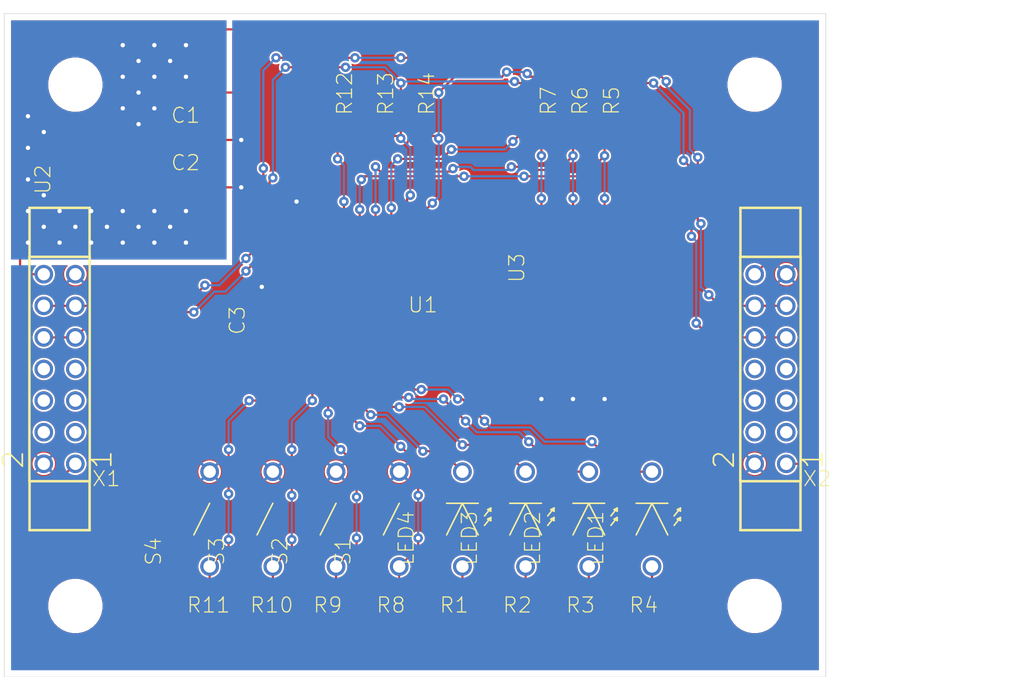
<source format=kicad_pcb>
(kicad_pcb (version 20171130) (host pcbnew 5.1.4+dfsg1-1)
  (layers (0 Top signal) (31 Bottom signal) (34 B.Paste user) (35 F.Paste user) (36 B.SilkS user) (37 F.SilkS user) (38 B.Mask user) (39 F.Mask user) (44 Edge.Cuts user))
  (net 0 "")
  (net 1 +5V)
  (net 2 GND)
  (net 3 +3V3)
  (net 4 "Net-(LED1-PadP$2)")
  (net 5 "Net-(LED2-PadP$2)")
  (net 6 "Net-(LED3-PadP$2)")
  (net 7 "Net-(LED4-PadP$2)")
  (net 8 "Net-(R8-Pad2)")
  (net 9 "Net-(R9-Pad2)")
  (net 10 "Net-(R10-Pad2)")
  (net 11 "Net-(U1-Pad8)")
  (net 12 "Net-(U1-Pad7)")
  (net 13 "Net-(R12-Pad2)")
  (net 14 "Net-(R5-Pad2)")
  (net 15 "Net-(R6-Pad2)")
  (net 16 "Net-(R7-Pad2)")
  (net 17 /SDA)
  (net 18 "Net-(R11-Pad2)")
  (net 19 /SCL)
  (net 20 "Net-(X1-Pad8)")
  (net 21 "Net-(X1-Pad7)")
  (net 22 "Net-(X1-Pad6)")
  (net 23 "Net-(X1-Pad5)")
  (net 24 "Net-(X1-Pad4)")
  (net 25 "Net-(X1-Pad3)")
  (net 26 "Net-(LED4-PadP$1)")
  (net 27 "Net-(LED3-PadP$1)")
  (net 28 "Net-(LED2-PadP$1)")
  (net 29 "Net-(LED1-PadP$1)")
  (net 30 "Net-(X2-Pad8)")
  (net 31 "Net-(X2-Pad7)")
  (net 32 "Net-(X2-Pad6)")
  (net 33 "Net-(X2-Pad5)")
  (net 34 "Net-(X2-Pad4)")
  (net 35 "Net-(X2-Pad3)")
  (module "" (layer Top) (at 121.1961 125.9586)
    (fp_text reference @HOLE0 hide)
    (fp_text value "" (at 0 0) (layer F.SilkS) (effects (font (size 1.27 1.27))))
    (pad "" np_thru_hole circle (at 0 0) (size 4.064 4.064) (drill 4.064) (layers *.Cu *.Mask))
  )
  (module "" (layer Top) (at 175.8061 125.9586)
    (fp_text reference @HOLE1 hide)
    (fp_text value "" (at 0 0) (layer F.SilkS) (effects (font (size 1.27 1.27))))
    (pad "" np_thru_hole circle (at 0 0) (size 4.064 4.064) (drill 4.064) (layers *.Cu *.Mask))
  )
  (module "" (layer Top) (at 175.8061 84.0486)
    (fp_text reference @HOLE2 hide)
    (fp_text value "" (at 0 0) (layer F.SilkS) (effects (font (size 1.27 1.27))))
    (pad "" np_thru_hole circle (at 0 0) (size 4.064 4.064) (drill 4.064) (layers *.Cu *.Mask))
  )
  (module "" (layer Top) (at 121.1961 84.0486)
    (fp_text reference @HOLE3 hide)
    (fp_text value "" (at 0 0) (layer F.SilkS) (effects (font (size 1.27 1.27))))
    (pad "" np_thru_hole circle (at 0 0) (size 4.064 4.064) (drill 4.064) (layers *.Cu *.Mask))
  )
  (module "01-pushbutton interface:MCP23008-SO18" (layer Top) (at 140.8811 101.1936 180)
    (fp_text reference U1 (at -6.985 -1.27) (layer F.SilkS) (effects (font (size 1.2065 1.2065) (thickness 0.09652)) (justify left bottom)))
    (fp_text value MCP23008)
    (pad 18 smd rect (at -8.255 -4.9125 180) (size 0.6 2.7892) (layers Top F.Paste F.Mask) (net 3 +3V3))
    (pad 17 smd rect (at -6.985 -4.9125 180) (size 0.6 2.7892) (layers Top F.Paste F.Mask) (net 4 "Net-(LED1-PadP$2)"))
    (pad 16 smd rect (at -5.715 -4.9125 180) (size 0.6 2.7892) (layers Top F.Paste F.Mask) (net 5 "Net-(LED2-PadP$2)"))
    (pad 15 smd rect (at -4.445 -4.9125 180) (size 0.6 2.7892) (layers Top F.Paste F.Mask) (net 6 "Net-(LED3-PadP$2)"))
    (pad 14 smd rect (at -3.175 -4.9125 180) (size 0.6 2.7892) (layers Top F.Paste F.Mask) (net 7 "Net-(LED4-PadP$2)"))
    (pad 13 smd rect (at -1.905 -4.9125 180) (size 0.6 2.7892) (layers Top F.Paste F.Mask) (net 8 "Net-(R8-Pad2)"))
    (pad 12 smd rect (at -0.635 -4.9125 180) (size 0.6 2.7892) (layers Top F.Paste F.Mask) (net 9 "Net-(R9-Pad2)"))
    (pad 11 smd rect (at 0.635 -4.9125 180) (size 0.6 2.7892) (layers Top F.Paste F.Mask) (net 10 "Net-(R10-Pad2)"))
    (pad 9 smd rect (at 1.905 4.9125 180) (size 0.6 2.7892) (layers Top F.Paste F.Mask) (net 2 GND))
    (pad 8 smd rect (at 0.635 4.9125 180) (size 0.6 2.7892) (layers Top F.Paste F.Mask) (net 11 "Net-(U1-Pad8)"))
    (pad 7 smd rect (at -0.635 4.9125 180) (size 0.6 2.7892) (layers Top F.Paste F.Mask) (net 12 "Net-(U1-Pad7)"))
    (pad 6 smd rect (at -1.905 4.9125 180) (size 0.6 2.7892) (layers Top F.Paste F.Mask) (net 13 "Net-(R12-Pad2)"))
    (pad 5 smd rect (at -3.175 4.9125 180) (size 0.6 2.7892) (layers Top F.Paste F.Mask) (net 14 "Net-(R5-Pad2)"))
    (pad 4 smd rect (at -4.445 4.9125 180) (size 0.6 2.7892) (layers Top F.Paste F.Mask) (net 15 "Net-(R6-Pad2)"))
    (pad 3 smd rect (at -5.715 4.9125 180) (size 0.6 2.7892) (layers Top F.Paste F.Mask) (net 16 "Net-(R7-Pad2)"))
    (pad 2 smd rect (at -6.985 4.9125 180) (size 0.6 2.7892) (layers Top F.Paste F.Mask) (net 17 /SDA))
    (pad 10 smd rect (at 1.905 -4.9125 180) (size 0.6 2.7892) (layers Top F.Paste F.Mask) (net 18 "Net-(R11-Pad2)"))
    (pad 1 smd rect (at -8.255 4.9125 180) (size 0.6 2.7892) (layers Top F.Paste F.Mask) (net 19 /SCL))
  )
  (module "01-pushbutton interface:SSW-107-02-G-D" (layer Top) (at 119.9261 106.9086 90)
    (fp_text reference X1 (at -9.525 2.54) (layer F.SilkS) (effects (font (size 1.2065 1.2065) (thickness 0.09652)) (justify left bottom)))
    (fp_text value SSW-107-02-G-D)
    (fp_text user 2 (at -8.128 -2.794 90) (layer F.SilkS) (effects (font (size 1.59258 1.59258) (thickness 0.134112)) (justify left bottom)))
    (fp_text user 1 (at -8.128 4.318 90) (layer F.SilkS) (effects (font (size 1.59258 1.59258) (thickness 0.134112)) (justify left bottom)))
    (pad 14 thru_hole circle (at 7.62 -1.27 90) (size 1.5 1.5) (drill 1) (layers *.Cu *.Mask) (net 1 +5V))
    (pad 13 thru_hole circle (at 7.62 1.27 90) (size 1.5 1.5) (drill 1) (layers *.Cu *.Mask) (net 2 GND))
    (pad 12 thru_hole circle (at 5.08 -1.27 90) (size 1.5 1.5) (drill 1) (layers *.Cu *.Mask) (net 19 /SCL))
    (pad 11 thru_hole circle (at 5.08 1.27 90) (size 1.5 1.5) (drill 1) (layers *.Cu *.Mask) (net 19 /SCL))
    (pad 10 thru_hole circle (at 2.54 -1.27 90) (size 1.5 1.5) (drill 1) (layers *.Cu *.Mask) (net 17 /SDA))
    (pad 9 thru_hole circle (at 2.54 1.27 90) (size 1.5 1.5) (drill 1) (layers *.Cu *.Mask) (net 17 /SDA))
    (pad 8 thru_hole circle (at 0 -1.27 90) (size 1.5 1.5) (drill 1) (layers *.Cu *.Mask) (net 20 "Net-(X1-Pad8)"))
    (pad 7 thru_hole circle (at 0 1.27 90) (size 1.5 1.5) (drill 1) (layers *.Cu *.Mask) (net 21 "Net-(X1-Pad7)"))
    (pad 6 thru_hole circle (at -2.54 -1.27 90) (size 1.5 1.5) (drill 1) (layers *.Cu *.Mask) (net 22 "Net-(X1-Pad6)"))
    (pad 5 thru_hole circle (at -2.54 1.27 90) (size 1.5 1.5) (drill 1) (layers *.Cu *.Mask) (net 23 "Net-(X1-Pad5)"))
    (pad 4 thru_hole circle (at -5.08 -1.27 90) (size 1.5 1.5) (drill 1) (layers *.Cu *.Mask) (net 24 "Net-(X1-Pad4)"))
    (pad 3 thru_hole circle (at -5.08 1.27 90) (size 1.5 1.5) (drill 1) (layers *.Cu *.Mask) (net 25 "Net-(X1-Pad3)"))
    (pad 2 thru_hole circle (at -7.62 -1.27 90) (size 1.5 1.5) (drill 1) (layers *.Cu *.Mask) (net 2 GND))
    (pad 1 thru_hole circle (at -7.62 1.27 90) (size 1.5 1.5) (drill 1) (layers *.Cu *.Mask) (net 1 +5V))
  )
  (module "01-pushbutton interface:MCP1700-SOT89" (layer Top) (at 122.4661 90.3986 90)
    (fp_text reference U2 (at -2.54 -3.175 90) (layer F.SilkS) (effects (font (size 1.2065 1.2065) (thickness 0.09652)) (justify left bottom)))
    (fp_text value MCP1700-SOT89)
    (pad 2@1 smd roundrect (at 0 -0.94 90) (size 2.032 3.65) (layers Top F.Paste F.Mask) (roundrect_rratio 0.375) (net 1 +5V))
    (pad 2 smd rect (at 0 2.2 90) (size 0.8 3) (layers Top F.Mask) (net 1 +5V))
    (pad 3 smd rect (at 1.499 2.5 90) (size 0.8 2.4) (layers Top F.Paste F.Mask) (net 3 +3V3))
    (pad 1 smd rect (at -1.499 2.5 90) (size 0.8 2.4) (layers Top F.Paste F.Mask) (net 2 GND))
  )
  (module "01-pushbutton interface:219-3LPSTR" (layer Top) (at 161.2011 101.1936)
    (fp_text reference U3 (at -3.81 -1.143 90) (layer F.SilkS) (effects (font (size 1.2065 1.2065) (thickness 0.09652)) (justify left bottom)))
    (fp_text value 219-3LPSTR)
    (pad 6 smd rect (at -2.54 -4.953) (size 1.27 3.937) (layers Top F.Paste F.Mask) (net 16 "Net-(R7-Pad2)"))
    (pad 5 smd rect (at 0 -4.953) (size 1.27 3.937) (layers Top F.Paste F.Mask) (net 15 "Net-(R6-Pad2)"))
    (pad 4 smd rect (at 2.54 -4.953) (size 1.27 3.937) (layers Top F.Paste F.Mask) (net 14 "Net-(R5-Pad2)"))
    (pad 3 smd rect (at 2.54 5.08) (size 1.27 3.937) (layers Top F.Paste F.Mask) (net 2 GND))
    (pad 2 smd rect (at 0 5.08) (size 1.27 3.937) (layers Top F.Paste F.Mask) (net 2 GND))
    (pad 1 smd rect (at -2.54 5.08) (size 1.27 3.937) (layers Top F.Paste F.Mask) (net 2 GND))
  )
  (module "01-pushbutton interface:C0805" (layer Top) (at 130.0861 88.4936)
    (fp_text reference C1 (at -1.27 -1.27) (layer F.SilkS) (effects (font (size 1.2065 1.2065) (thickness 0.09652)) (justify left bottom)))
    (fp_text value 1u)
    (pad 2 smd rect (at 0.95 0) (size 1.3 1.5) (layers Top F.Paste F.Mask) (net 2 GND))
    (pad 1 smd rect (at -0.95 0) (size 1.3 1.5) (layers Top F.Paste F.Mask) (net 3 +3V3))
  )
  (module "01-pushbutton interface:C0805" (layer Top) (at 130.0861 92.3036)
    (fp_text reference C2 (at -1.27 -1.27) (layer F.SilkS) (effects (font (size 1.2065 1.2065) (thickness 0.09652)) (justify left bottom)))
    (fp_text value 1u)
    (pad 2 smd rect (at 0.95 0) (size 1.3 1.5) (layers Top F.Paste F.Mask) (net 2 GND))
    (pad 1 smd rect (at -0.95 0) (size 1.3 1.5) (layers Top F.Paste F.Mask) (net 1 +5V))
  )
  (module "01-pushbutton interface:C0805" (layer Top) (at 136.1821 102.9716 90)
    (fp_text reference C3 (at -1.27 -1.27 90) (layer F.SilkS) (effects (font (size 1.2065 1.2065) (thickness 0.09652)) (justify left bottom)))
    (fp_text value 100n)
    (pad 2 smd rect (at 0.95 0 90) (size 1.3 1.5) (layers Top F.Paste F.Mask) (net 2 GND))
    (pad 1 smd rect (at -0.95 0 90) (size 1.3 1.5) (layers Top F.Paste F.Mask) (net 3 +3V3))
  )
  (module "01-pushbutton interface:R0805" (layer Top) (at 151.0411 127.8636)
    (fp_text reference R1 (at -0.635 -1.27) (layer F.SilkS) (effects (font (size 1.2065 1.2065) (thickness 0.09652)) (justify left bottom)))
    (fp_text value 100)
    (pad 2 smd rect (at 0.95 0) (size 1.3 1.5) (layers Top F.Paste F.Mask) (net 26 "Net-(LED4-PadP$1)"))
    (pad 1 smd rect (at -0.95 0) (size 1.3 1.5) (layers Top F.Paste F.Mask) (net 3 +3V3))
  )
  (module "01-pushbutton interface:R0805" (layer Top) (at 156.1211 127.8636)
    (fp_text reference R2 (at -0.635 -1.27) (layer F.SilkS) (effects (font (size 1.2065 1.2065) (thickness 0.09652)) (justify left bottom)))
    (fp_text value 100)
    (pad 2 smd rect (at 0.95 0) (size 1.3 1.5) (layers Top F.Paste F.Mask) (net 27 "Net-(LED3-PadP$1)"))
    (pad 1 smd rect (at -0.95 0) (size 1.3 1.5) (layers Top F.Paste F.Mask) (net 3 +3V3))
  )
  (module "01-pushbutton interface:R0805" (layer Top) (at 161.2011 127.8636)
    (fp_text reference R3 (at -0.635 -1.27) (layer F.SilkS) (effects (font (size 1.2065 1.2065) (thickness 0.09652)) (justify left bottom)))
    (fp_text value 100)
    (pad 2 smd rect (at 0.95 0) (size 1.3 1.5) (layers Top F.Paste F.Mask) (net 28 "Net-(LED2-PadP$1)"))
    (pad 1 smd rect (at -0.95 0) (size 1.3 1.5) (layers Top F.Paste F.Mask) (net 3 +3V3))
  )
  (module "01-pushbutton interface:R0805" (layer Top) (at 166.2811 127.8636)
    (fp_text reference R4 (at -0.635 -1.27) (layer F.SilkS) (effects (font (size 1.2065 1.2065) (thickness 0.09652)) (justify left bottom)))
    (fp_text value 100)
    (pad 2 smd rect (at 0.95 0) (size 1.3 1.5) (layers Top F.Paste F.Mask) (net 29 "Net-(LED1-PadP$1)"))
    (pad 1 smd rect (at -0.95 0) (size 1.3 1.5) (layers Top F.Paste F.Mask) (net 3 +3V3))
  )
  (module "01-pushbutton interface:R0805" (layer Top) (at 163.7411 87.2236 270)
    (fp_text reference R5 (at -0.635 -1.27 90) (layer F.SilkS) (effects (font (size 1.2065 1.2065) (thickness 0.09652)) (justify left bottom)))
    (fp_text value 100K)
    (pad 2 smd rect (at 0.95 0 270) (size 1.3 1.5) (layers Top F.Paste F.Mask) (net 14 "Net-(R5-Pad2)"))
    (pad 1 smd rect (at -0.95 0 270) (size 1.3 1.5) (layers Top F.Paste F.Mask) (net 3 +3V3))
  )
  (module "01-pushbutton interface:R0805" (layer Top) (at 161.2011 87.2236 270)
    (fp_text reference R6 (at -0.635 -1.27 90) (layer F.SilkS) (effects (font (size 1.2065 1.2065) (thickness 0.09652)) (justify left bottom)))
    (fp_text value 100K)
    (pad 2 smd rect (at 0.95 0 270) (size 1.3 1.5) (layers Top F.Paste F.Mask) (net 15 "Net-(R6-Pad2)"))
    (pad 1 smd rect (at -0.95 0 270) (size 1.3 1.5) (layers Top F.Paste F.Mask) (net 3 +3V3))
  )
  (module "01-pushbutton interface:R0805" (layer Top) (at 158.6611 87.2236 270)
    (fp_text reference R7 (at -0.635 -1.27 90) (layer F.SilkS) (effects (font (size 1.2065 1.2065) (thickness 0.09652)) (justify left bottom)))
    (fp_text value 100K)
    (pad 2 smd rect (at 0.95 0 270) (size 1.3 1.5) (layers Top F.Paste F.Mask) (net 16 "Net-(R7-Pad2)"))
    (pad 1 smd rect (at -0.95 0 270) (size 1.3 1.5) (layers Top F.Paste F.Mask) (net 3 +3V3))
  )
  (module "01-pushbutton interface:SSW-107-02-G-D" (layer Top) (at 177.0761 106.9086 90)
    (fp_text reference X2 (at -9.525 2.54) (layer F.SilkS) (effects (font (size 1.2065 1.2065) (thickness 0.09652)) (justify left bottom)))
    (fp_text value SSW-107-02-G-D)
    (fp_text user 2 (at -8.128 -2.794 90) (layer F.SilkS) (effects (font (size 1.59258 1.59258) (thickness 0.134112)) (justify left bottom)))
    (fp_text user 1 (at -8.128 4.318 90) (layer F.SilkS) (effects (font (size 1.59258 1.59258) (thickness 0.134112)) (justify left bottom)))
    (pad 14 thru_hole circle (at 7.62 -1.27 90) (size 1.5 1.5) (drill 1) (layers *.Cu *.Mask) (net 1 +5V))
    (pad 13 thru_hole circle (at 7.62 1.27 90) (size 1.5 1.5) (drill 1) (layers *.Cu *.Mask) (net 2 GND))
    (pad 12 thru_hole circle (at 5.08 -1.27 90) (size 1.5 1.5) (drill 1) (layers *.Cu *.Mask) (net 19 /SCL))
    (pad 11 thru_hole circle (at 5.08 1.27 90) (size 1.5 1.5) (drill 1) (layers *.Cu *.Mask) (net 19 /SCL))
    (pad 10 thru_hole circle (at 2.54 -1.27 90) (size 1.5 1.5) (drill 1) (layers *.Cu *.Mask) (net 17 /SDA))
    (pad 9 thru_hole circle (at 2.54 1.27 90) (size 1.5 1.5) (drill 1) (layers *.Cu *.Mask) (net 17 /SDA))
    (pad 8 thru_hole circle (at 0 -1.27 90) (size 1.5 1.5) (drill 1) (layers *.Cu *.Mask) (net 30 "Net-(X2-Pad8)"))
    (pad 7 thru_hole circle (at 0 1.27 90) (size 1.5 1.5) (drill 1) (layers *.Cu *.Mask) (net 31 "Net-(X2-Pad7)"))
    (pad 6 thru_hole circle (at -2.54 -1.27 90) (size 1.5 1.5) (drill 1) (layers *.Cu *.Mask) (net 32 "Net-(X2-Pad6)"))
    (pad 5 thru_hole circle (at -2.54 1.27 90) (size 1.5 1.5) (drill 1) (layers *.Cu *.Mask) (net 33 "Net-(X2-Pad5)"))
    (pad 4 thru_hole circle (at -5.08 -1.27 90) (size 1.5 1.5) (drill 1) (layers *.Cu *.Mask) (net 34 "Net-(X2-Pad4)"))
    (pad 3 thru_hole circle (at -5.08 1.27 90) (size 1.5 1.5) (drill 1) (layers *.Cu *.Mask) (net 35 "Net-(X2-Pad3)"))
    (pad 2 thru_hole circle (at -7.62 -1.27 90) (size 1.5 1.5) (drill 1) (layers *.Cu *.Mask) (net 2 GND))
    (pad 1 thru_hole circle (at -7.62 1.27 90) (size 1.5 1.5) (drill 1) (layers *.Cu *.Mask) (net 1 +5V))
  )
  (module "01-pushbutton interface:R0805" (layer Top) (at 145.9611 127.8636)
    (fp_text reference R8 (at -0.635 -1.27) (layer F.SilkS) (effects (font (size 1.2065 1.2065) (thickness 0.09652)) (justify left bottom)))
    (fp_text value 100K)
    (pad 2 smd rect (at 0.95 0) (size 1.3 1.5) (layers Top F.Paste F.Mask) (net 8 "Net-(R8-Pad2)"))
    (pad 1 smd rect (at -0.95 0) (size 1.3 1.5) (layers Top F.Paste F.Mask) (net 3 +3V3))
  )
  (module "01-pushbutton interface:R0805" (layer Top) (at 140.8811 127.8636)
    (fp_text reference R9 (at -0.635 -1.27) (layer F.SilkS) (effects (font (size 1.2065 1.2065) (thickness 0.09652)) (justify left bottom)))
    (fp_text value 100K)
    (pad 2 smd rect (at 0.95 0) (size 1.3 1.5) (layers Top F.Paste F.Mask) (net 9 "Net-(R9-Pad2)"))
    (pad 1 smd rect (at -0.95 0) (size 1.3 1.5) (layers Top F.Paste F.Mask) (net 3 +3V3))
  )
  (module "01-pushbutton interface:R0805" (layer Top) (at 135.8011 127.8636)
    (fp_text reference R10 (at -0.635 -1.27) (layer F.SilkS) (effects (font (size 1.2065 1.2065) (thickness 0.09652)) (justify left bottom)))
    (fp_text value 100K)
    (pad 2 smd rect (at 0.95 0) (size 1.3 1.5) (layers Top F.Paste F.Mask) (net 10 "Net-(R10-Pad2)"))
    (pad 1 smd rect (at -0.95 0) (size 1.3 1.5) (layers Top F.Paste F.Mask) (net 3 +3V3))
  )
  (module "01-pushbutton interface:R0805" (layer Top) (at 130.7211 127.8636)
    (fp_text reference R11 (at -0.635 -1.27) (layer F.SilkS) (effects (font (size 1.2065 1.2065) (thickness 0.09652)) (justify left bottom)))
    (fp_text value 100K)
    (pad 2 smd rect (at 0.95 0) (size 1.3 1.5) (layers Top F.Paste F.Mask) (net 18 "Net-(R11-Pad2)"))
    (pad 1 smd rect (at -0.95 0) (size 1.3 1.5) (layers Top F.Paste F.Mask) (net 3 +3V3))
  )
  (module "01-pushbutton interface:R0805" (layer Top) (at 142.2781 87.2236 270)
    (fp_text reference R12 (at -0.635 -1.27 90) (layer F.SilkS) (effects (font (size 1.2065 1.2065) (thickness 0.09652)) (justify left bottom)))
    (fp_text value 100K)
    (pad 2 smd rect (at 0.95 0 270) (size 1.3 1.5) (layers Top F.Paste F.Mask) (net 13 "Net-(R12-Pad2)"))
    (pad 1 smd rect (at -0.95 0 270) (size 1.3 1.5) (layers Top F.Paste F.Mask) (net 3 +3V3))
  )
  (module "01-pushbutton interface:R0805" (layer Top) (at 145.5801 87.2236 270)
    (fp_text reference R13 (at -0.635 -1.27 90) (layer F.SilkS) (effects (font (size 1.2065 1.2065) (thickness 0.09652)) (justify left bottom)))
    (fp_text value 2.2K)
    (pad 2 smd rect (at 0.95 0 270) (size 1.3 1.5) (layers Top F.Paste F.Mask) (net 17 /SDA))
    (pad 1 smd rect (at -0.95 0 270) (size 1.3 1.5) (layers Top F.Paste F.Mask) (net 3 +3V3))
  )
  (module "01-pushbutton interface:R0805" (layer Top) (at 148.8821 87.2236 270)
    (fp_text reference R14 (at -0.635 -1.27 90) (layer F.SilkS) (effects (font (size 1.2065 1.2065) (thickness 0.09652)) (justify left bottom)))
    (fp_text value 2.2K)
    (pad 2 smd rect (at 0.95 0 270) (size 1.3 1.5) (layers Top F.Paste F.Mask) (net 19 /SCL))
    (pad 1 smd rect (at -0.95 0 270) (size 1.3 1.5) (layers Top F.Paste F.Mask) (net 3 +3V3))
  )
  (module "01-pushbutton interface:SWITCH" (layer Top) (at 147.2311 118.9736 90)
    (fp_text reference S1 (at -3.81 -3.81 90) (layer F.SilkS) (effects (font (size 1.2065 1.2065) (thickness 0.09652)) (justify left bottom)))
    (fp_text value PB-SWITCH)
    (pad P$2 thru_hole circle (at 3.81 0 90) (size 1.508 1.508) (drill 1) (layers *.Cu *.Mask) (net 2 GND))
    (pad P$1 thru_hole circle (at -3.81 0 90) (size 1.508 1.508) (drill 1) (layers *.Cu *.Mask) (net 8 "Net-(R8-Pad2)"))
  )
  (module "01-pushbutton interface:SWITCH" (layer Top) (at 142.1511 118.9736 90)
    (fp_text reference S2 (at -3.81 -3.81 90) (layer F.SilkS) (effects (font (size 1.2065 1.2065) (thickness 0.09652)) (justify left bottom)))
    (fp_text value PB-SWITCH)
    (pad P$2 thru_hole circle (at 3.81 0 90) (size 1.508 1.508) (drill 1) (layers *.Cu *.Mask) (net 2 GND))
    (pad P$1 thru_hole circle (at -3.81 0 90) (size 1.508 1.508) (drill 1) (layers *.Cu *.Mask) (net 9 "Net-(R9-Pad2)"))
  )
  (module "01-pushbutton interface:SWITCH" (layer Top) (at 137.0711 118.9736 90)
    (fp_text reference S3 (at -3.81 -3.81 90) (layer F.SilkS) (effects (font (size 1.2065 1.2065) (thickness 0.09652)) (justify left bottom)))
    (fp_text value PB-SWITCH)
    (pad P$2 thru_hole circle (at 3.81 0 90) (size 1.508 1.508) (drill 1) (layers *.Cu *.Mask) (net 2 GND))
    (pad P$1 thru_hole circle (at -3.81 0 90) (size 1.508 1.508) (drill 1) (layers *.Cu *.Mask) (net 10 "Net-(R10-Pad2)"))
  )
  (module "01-pushbutton interface:SWITCH" (layer Top) (at 131.9911 118.9736 90)
    (fp_text reference S4 (at -3.81 -3.81 90) (layer F.SilkS) (effects (font (size 1.2065 1.2065) (thickness 0.09652)) (justify left bottom)))
    (fp_text value PB-SWITCH)
    (pad P$2 thru_hole circle (at 3.81 0 90) (size 1.508 1.508) (drill 1) (layers *.Cu *.Mask) (net 2 GND))
    (pad P$1 thru_hole circle (at -3.81 0 90) (size 1.508 1.508) (drill 1) (layers *.Cu *.Mask) (net 18 "Net-(R11-Pad2)"))
  )
  (module "01-pushbutton interface:LED" (layer Top) (at 167.5511 118.9736 90)
    (fp_text reference LED1 (at -3.81 -3.81 90) (layer F.SilkS) (effects (font (size 1.2065 1.2065) (thickness 0.09652)) (justify left bottom)))
    (fp_text value 559-XXX-007)
    (pad P$2 thru_hole circle (at 3.81 0 90) (size 1.508 1.508) (drill 1) (layers *.Cu *.Mask) (net 4 "Net-(LED1-PadP$2)"))
    (pad P$1 thru_hole circle (at -3.81 0 90) (size 1.508 1.508) (drill 1) (layers *.Cu *.Mask) (net 29 "Net-(LED1-PadP$1)"))
  )
  (module "01-pushbutton interface:LED" (layer Top) (at 162.4711 118.9736 90)
    (fp_text reference LED2 (at -3.81 -3.81 90) (layer F.SilkS) (effects (font (size 1.2065 1.2065) (thickness 0.09652)) (justify left bottom)))
    (fp_text value 559-XXX-007)
    (pad P$2 thru_hole circle (at 3.81 0 90) (size 1.508 1.508) (drill 1) (layers *.Cu *.Mask) (net 5 "Net-(LED2-PadP$2)"))
    (pad P$1 thru_hole circle (at -3.81 0 90) (size 1.508 1.508) (drill 1) (layers *.Cu *.Mask) (net 28 "Net-(LED2-PadP$1)"))
  )
  (module "01-pushbutton interface:LED" (layer Top) (at 157.3911 118.9736 90)
    (fp_text reference LED3 (at -3.81 -3.81 90) (layer F.SilkS) (effects (font (size 1.2065 1.2065) (thickness 0.09652)) (justify left bottom)))
    (fp_text value 559-XXX-007)
    (pad P$2 thru_hole circle (at 3.81 0 90) (size 1.508 1.508) (drill 1) (layers *.Cu *.Mask) (net 6 "Net-(LED3-PadP$2)"))
    (pad P$1 thru_hole circle (at -3.81 0 90) (size 1.508 1.508) (drill 1) (layers *.Cu *.Mask) (net 27 "Net-(LED3-PadP$1)"))
  )
  (module "01-pushbutton interface:LED" (layer Top) (at 152.3111 118.9736 90)
    (fp_text reference LED4 (at -3.81 -3.81 90) (layer F.SilkS) (effects (font (size 1.2065 1.2065) (thickness 0.09652)) (justify left bottom)))
    (fp_text value 559-XXX-007)
    (pad P$2 thru_hole circle (at 3.81 0 90) (size 1.508 1.508) (drill 1) (layers *.Cu *.Mask) (net 7 "Net-(LED4-PadP$2)"))
    (pad P$1 thru_hole circle (at -3.81 0 90) (size 1.508 1.508) (drill 1) (layers *.Cu *.Mask) (net 26 "Net-(LED4-PadP$1)"))
  )
  (gr_line (start 115.4811 131.6736) (end 181.5211 131.6736) (layer Edge.Cuts) (width 0.05))
  (gr_line (start 181.5211 131.6736) (end 181.5211 78.3336) (layer Edge.Cuts) (width 0.05))
  (gr_line (start 181.5211 78.3336) (end 115.4811 78.3336) (layer Edge.Cuts) (width 0.05))
  (gr_line (start 115.4811 78.3336) (end 115.4811 131.6736) (layer Edge.Cuts) (width 0.05))
  (segment (start 118.6561 99.2886) (end 116.7511 99.2886) (width 0.1778) (layer Top) (net 1))
  (segment (start 180.2511 79.6036) (end 116.7511 79.6036) (width 0.1778) (layer Top) (net 1))
  (segment (start 180.2511 130.4036) (end 180.2511 114.5286) (width 0.1778) (layer Top) (net 1))
  (segment (start 180.2511 114.5286) (end 180.2511 97.1296) (width 0.1778) (layer Top) (net 1))
  (segment (start 180.2511 97.1296) (end 180.2511 79.6036) (width 0.1778) (layer Top) (net 1))
  (segment (start 116.7511 130.4036) (end 180.2511 130.4036) (width 0.1778) (layer Top) (net 1))
  (segment (start 116.7511 99.2886) (end 116.7511 116.5606) (width 0.1778) (layer Top) (net 1))
  (segment (start 116.7511 116.5606) (end 116.7511 130.4036) (width 0.1778) (layer Top) (net 1))
  (segment (start 116.7511 79.6036) (end 116.7511 90.3986) (width 0.1778) (layer Top) (net 1))
  (segment (start 116.7511 90.3986) (end 116.7511 99.2886) (width 0.1778) (layer Top) (net 1))
  (segment (start 121.5261 90.3986) (end 116.7511 90.3986) (width 0.1778) (layer Top) (net 1))
  (segment (start 121.1961 114.5286) (end 119.1641 116.5606) (width 0.1778) (layer Top) (net 1))
  (segment (start 119.1641 116.5606) (end 116.7511 116.5606) (width 0.1778) (layer Top) (net 1))
  (segment (start 175.8061 99.2886) (end 177.9651 97.1296) (width 0.1778) (layer Top) (net 1))
  (segment (start 177.9651 97.1296) (end 180.2511 97.1296) (width 0.1778) (layer Top) (net 1))
  (segment (start 178.3461 114.5286) (end 180.2511 114.5286) (width 0.1778) (layer Top) (net 1))
  (via (at 117.3861 86.5886) (size 0.7564) (drill 0.35) (layers Top Bottom) (net 1))
  (via (at 118.6561 87.8586) (size 0.7564) (drill 0.35) (layers Top Bottom) (net 1))
  (via (at 117.3861 89.1286) (size 0.7564) (drill 0.35) (layers Top Bottom) (net 1))
  (via (at 117.3861 91.6686) (size 0.7564) (drill 0.35) (layers Top Bottom) (net 1))
  (via (at 118.6561 92.9386) (size 0.7564) (drill 0.35) (layers Top Bottom) (net 1))
  (via (at 117.3861 94.2086) (size 0.7564) (drill 0.35) (layers Top Bottom) (net 1))
  (via (at 117.3861 96.7486) (size 0.7564) (drill 0.35) (layers Top Bottom) (net 1))
  (via (at 118.6561 95.4786) (size 0.7564) (drill 0.35) (layers Top Bottom) (net 1))
  (via (at 119.9261 94.2086) (size 0.7564) (drill 0.35) (layers Top Bottom) (net 1))
  (via (at 119.9261 96.7486) (size 0.7564) (drill 0.35) (layers Top Bottom) (net 1))
  (via (at 121.1961 95.4786) (size 0.7564) (drill 0.35) (layers Top Bottom) (net 1))
  (via (at 122.4661 94.2086) (size 0.7564) (drill 0.35) (layers Top Bottom) (net 1))
  (via (at 122.4661 96.7486) (size 0.7564) (drill 0.35) (layers Top Bottom) (net 1))
  (via (at 123.7361 95.4786) (size 0.7564) (drill 0.35) (layers Top Bottom) (net 1))
  (via (at 125.0061 94.2086) (size 0.7564) (drill 0.35) (layers Top Bottom) (net 1))
  (via (at 126.2761 95.4786) (size 0.7564) (drill 0.35) (layers Top Bottom) (net 1))
  (via (at 125.0061 96.7486) (size 0.7564) (drill 0.35) (layers Top Bottom) (net 1))
  (via (at 127.5461 96.7486) (size 0.7564) (drill 0.35) (layers Top Bottom) (net 1))
  (via (at 130.0861 96.7486) (size 0.7564) (drill 0.35) (layers Top Bottom) (net 1))
  (via (at 128.8161 95.4786) (size 0.7564) (drill 0.35) (layers Top Bottom) (net 1))
  (via (at 130.0861 94.2086) (size 0.7564) (drill 0.35) (layers Top Bottom) (net 1))
  (via (at 127.5461 94.2086) (size 0.7564) (drill 0.35) (layers Top Bottom) (net 1))
  (via (at 126.2761 87.2236) (size 0.7564) (drill 0.35) (layers Top Bottom) (net 1))
  (via (at 125.0061 85.9536) (size 0.7564) (drill 0.35) (layers Top Bottom) (net 1))
  (via (at 127.5461 85.9536) (size 0.7564) (drill 0.35) (layers Top Bottom) (net 1))
  (via (at 126.2761 84.6836) (size 0.7564) (drill 0.35) (layers Top Bottom) (net 1))
  (via (at 130.0861 83.4136) (size 0.7564) (drill 0.35) (layers Top Bottom) (net 1))
  (via (at 127.5461 83.4136) (size 0.7564) (drill 0.35) (layers Top Bottom) (net 1))
  (via (at 125.0061 83.4136) (size 0.7564) (drill 0.35) (layers Top Bottom) (net 1))
  (via (at 128.8161 82.1436) (size 0.7564) (drill 0.35) (layers Top Bottom) (net 1))
  (via (at 126.2761 82.1436) (size 0.7564) (drill 0.35) (layers Top Bottom) (net 1))
  (via (at 130.0861 80.8736) (size 0.7564) (drill 0.35) (layers Top Bottom) (net 1))
  (via (at 127.5461 80.8736) (size 0.7564) (drill 0.35) (layers Top Bottom) (net 1))
  (via (at 125.0061 80.8736) (size 0.7564) (drill 0.35) (layers Top Bottom) (net 1))
  (segment (start 163.7411 106.2736) (end 163.7411 109.3216) (width 0.1778) (layer Top) (net 2))
  (via (at 163.7411 109.3216) (size 0.7564) (drill 0.35) (layers Top Bottom) (net 2))
  (segment (start 136.1821 102.0216) (end 136.1821 100.3046) (width 0.1778) (layer Top) (net 2))
  (via (at 136.1821 100.3046) (size 0.7564) (drill 0.35) (layers Top Bottom) (net 2))
  (segment (start 131.0361 88.4936) (end 134.5311 88.4936) (width 0.1778) (layer Top) (net 2))
  (via (at 134.5311 88.4936) (size 0.7564) (drill 0.35) (layers Top Bottom) (net 2))
  (segment (start 131.0361 92.3036) (end 134.5311 92.3036) (width 0.1778) (layer Top) (net 2))
  (via (at 134.5311 92.3036) (size 0.7564) (drill 0.35) (layers Top Bottom) (net 2))
  (segment (start 138.9761 96.2811) (end 138.9761 93.4466) (width 0.1778) (layer Top) (net 2))
  (via (at 138.9761 93.4466) (size 0.7564) (drill 0.35) (layers Top Bottom) (net 2))
  (segment (start 124.9661 91.8976) (end 126.6821 91.8976) (width 0.254) (layer Top) (net 2))
  (segment (start 126.6821 91.8976) (end 128.1811 90.3986) (width 0.254) (layer Top) (net 2))
  (segment (start 130.4671 90.3986) (end 128.1811 90.3986) (width 0.254) (layer Top) (net 2))
  (segment (start 131.0361 92.3036) (end 131.0361 90.9676) (width 0.254) (layer Top) (net 2))
  (segment (start 131.0361 90.9676) (end 130.4671 90.3986) (width 0.254) (layer Top) (net 2))
  (segment (start 131.0361 88.4936) (end 131.0361 89.8296) (width 0.254) (layer Top) (net 2))
  (segment (start 131.0361 89.8296) (end 130.4671 90.3986) (width 0.254) (layer Top) (net 2))
  (segment (start 161.2011 106.2736) (end 161.2011 109.3216) (width 0.1778) (layer Top) (net 2))
  (via (at 161.2011 109.3216) (size 0.7564) (drill 0.35) (layers Top Bottom) (net 2))
  (segment (start 158.6611 106.2736) (end 158.6611 109.3216) (width 0.1778) (layer Top) (net 2))
  (via (at 158.6611 109.3216) (size 0.7564) (drill 0.35) (layers Top Bottom) (net 2))
  (segment (start 124.9661 88.8996) (end 127.0131 88.8996) (width 0.1778) (layer Top) (net 3))
  (segment (start 127.0131 88.8996) (end 127.4191 88.4936) (width 0.1778) (layer Top) (net 3))
  (segment (start 127.4191 88.4936) (end 129.1361 88.4936) (width 0.1778) (layer Top) (net 3))
  (segment (start 129.1361 88.4936) (end 129.1361 85.6336) (width 0.1778) (layer Top) (net 3))
  (segment (start 129.1361 85.6336) (end 130.0861 84.6836) (width 0.1778) (layer Top) (net 3))
  (segment (start 130.0861 84.6836) (end 135.1661 84.6836) (width 0.1778) (layer Top) (net 3))
  (segment (start 165.1381 115.1636) (end 162.7251 112.7506) (width 0.1778) (layer Top) (net 4))
  (via (at 162.7251 112.7506) (size 0.7564) (drill 0.35) (layers Top Bottom) (net 4))
  (segment (start 162.7251 112.7506) (end 158.9151 112.7506) (width 0.1778) (layer Bottom) (net 4))
  (segment (start 158.9151 112.7506) (end 157.7721 111.6076) (width 0.1778) (layer Bottom) (net 4))
  (segment (start 157.7721 111.6076) (end 154.5971 111.6076) (width 0.1778) (layer Bottom) (net 4))
  (segment (start 154.5971 111.6076) (end 154.0891 111.0996) (width 0.1778) (layer Bottom) (net 4))
  (via (at 154.0891 111.0996) (size 0.7564) (drill 0.35) (layers Top Bottom) (net 4))
  (segment (start 154.0891 111.0996) (end 152.3111 109.3216) (width 0.1778) (layer Top) (net 4))
  (segment (start 152.3111 109.3216) (end 151.9301 109.3216) (width 0.1778) (layer Top) (net 4))
  (via (at 151.9301 109.3216) (size 0.7564) (drill 0.35) (layers Top Bottom) (net 4))
  (segment (start 151.9301 109.3216) (end 151.1681 108.5596) (width 0.1778) (layer Bottom) (net 4))
  (segment (start 151.1681 108.5596) (end 149.0091 108.5596) (width 0.1778) (layer Bottom) (net 4))
  (via (at 149.0091 108.5596) (size 0.7564) (drill 0.35) (layers Top Bottom) (net 4))
  (segment (start 149.0091 108.5596) (end 148.5011 108.5596) (width 0.1778) (layer Top) (net 4))
  (segment (start 148.5011 108.5596) (end 147.8661 107.9246) (width 0.1778) (layer Top) (net 4))
  (segment (start 147.8661 107.9246) (end 147.8661 106.1061) (width 0.1778) (layer Top) (net 4))
  (segment (start 167.5511 115.1636) (end 165.1381 115.1636) (width 0.1778) (layer Top) (net 4))
  (segment (start 160.0581 115.1636) (end 157.6451 112.7506) (width 0.1778) (layer Top) (net 5))
  (via (at 157.6451 112.7506) (size 0.7564) (drill 0.35) (layers Top Bottom) (net 5))
  (via (at 152.5651 111.0996) (size 0.7564) (drill 0.35) (layers Top Bottom) (net 5))
  (segment (start 152.5651 111.0996) (end 150.7871 109.3216) (width 0.1778) (layer Top) (net 5))
  (via (at 150.7871 109.3216) (size 0.7564) (drill 0.35) (layers Top Bottom) (net 5))
  (segment (start 150.7871 109.3216) (end 148.1201 109.3216) (width 0.1778) (layer Bottom) (net 5))
  (segment (start 148.1201 109.3216) (end 147.9931 109.1946) (width 0.1778) (layer Bottom) (net 5))
  (via (at 147.9931 109.1946) (size 0.7564) (drill 0.35) (layers Top Bottom) (net 5))
  (segment (start 147.9931 109.1946) (end 147.4851 109.1946) (width 0.1778) (layer Top) (net 5))
  (segment (start 147.4851 109.1946) (end 146.5961 108.3056) (width 0.1778) (layer Top) (net 5))
  (segment (start 146.5961 108.3056) (end 146.5961 106.1061) (width 0.1778) (layer Top) (net 5))
  (segment (start 162.4711 115.1636) (end 160.0581 115.1636) (width 0.1778) (layer Top) (net 5))
  (segment (start 157.6451 112.7506) (end 156.8831 111.9886) (width 0.1778) (layer Bottom) (net 5))
  (segment (start 153.4541 111.9886) (end 152.5651 111.0996) (width 0.1778) (layer Bottom) (net 5))
  (segment (start 156.8831 111.9886) (end 153.4541 111.9886) (width 0.1778) (layer Bottom) (net 5))
  (segment (start 155.2321 113.0046) (end 152.3111 113.0046) (width 0.1778) (layer Top) (net 6))
  (via (at 152.3111 113.0046) (size 0.7564) (drill 0.35) (layers Top Bottom) (net 6))
  (segment (start 152.3111 113.0046) (end 149.2631 109.9566) (width 0.1778) (layer Bottom) (net 6))
  (segment (start 149.2631 109.9566) (end 147.2311 109.9566) (width 0.1778) (layer Bottom) (net 6))
  (via (at 147.2311 109.9566) (size 0.7564) (drill 0.35) (layers Top Bottom) (net 6))
  (segment (start 147.2311 109.9566) (end 146.3421 109.9566) (width 0.1778) (layer Top) (net 6))
  (segment (start 146.3421 109.9566) (end 145.3261 108.9406) (width 0.1778) (layer Top) (net 6))
  (segment (start 145.3261 108.9406) (end 145.3261 106.1061) (width 0.1778) (layer Top) (net 6))
  (segment (start 157.3911 115.1636) (end 155.2321 113.0046) (width 0.1778) (layer Top) (net 6))
  (segment (start 150.6601 113.5126) (end 149.1361 113.5126) (width 0.1778) (layer Top) (net 7))
  (via (at 149.1361 113.5126) (size 0.7564) (drill 0.35) (layers Top Bottom) (net 7))
  (segment (start 149.1361 113.5126) (end 146.2151 110.5916) (width 0.1778) (layer Bottom) (net 7))
  (segment (start 146.2151 110.5916) (end 144.9451 110.5916) (width 0.1778) (layer Bottom) (net 7))
  (via (at 144.9451 110.5916) (size 0.7564) (drill 0.35) (layers Top Bottom) (net 7))
  (segment (start 144.9451 110.5916) (end 144.0561 109.7026) (width 0.1778) (layer Top) (net 7))
  (segment (start 144.0561 109.7026) (end 144.0561 106.1061) (width 0.1778) (layer Top) (net 7))
  (segment (start 152.3111 115.1636) (end 150.6601 113.5126) (width 0.1778) (layer Top) (net 7))
  (segment (start 147.2311 127.5436) (end 146.9111 127.8636) (width 0.1778) (layer Top) (net 8))
  (segment (start 148.7551 121.2596) (end 148.7551 120.4976) (width 0.1778) (layer Top) (net 8))
  (via (at 148.7551 120.4976) (size 0.7564) (drill 0.35) (layers Top Bottom) (net 8))
  (segment (start 148.7551 120.4976) (end 148.7551 117.0686) (width 0.1778) (layer Bottom) (net 8))
  (via (at 148.7551 117.0686) (size 0.7564) (drill 0.35) (layers Top Bottom) (net 8))
  (segment (start 148.7551 117.0686) (end 148.7551 114.5286) (width 0.1778) (layer Top) (net 8))
  (segment (start 148.7551 114.5286) (end 147.3581 113.1316) (width 0.1778) (layer Top) (net 8))
  (via (at 147.3581 113.1316) (size 0.7564) (drill 0.35) (layers Top Bottom) (net 8))
  (segment (start 147.3581 113.1316) (end 145.7071 111.4806) (width 0.1778) (layer Bottom) (net 8))
  (segment (start 145.7071 111.4806) (end 144.0561 111.4806) (width 0.1778) (layer Bottom) (net 8))
  (via (at 144.0561 111.4806) (size 0.7564) (drill 0.35) (layers Top Bottom) (net 8))
  (segment (start 144.0561 111.4806) (end 142.7861 110.2106) (width 0.1778) (layer Top) (net 8))
  (segment (start 142.7861 110.2106) (end 142.7861 106.1061) (width 0.1778) (layer Top) (net 8))
  (segment (start 147.2311 122.7836) (end 148.7551 121.2596) (width 0.1524) (layer Top) (net 8))
  (segment (start 147.2311 122.7836) (end 147.2311 127.5436) (width 0.1524) (layer Top) (net 8))
  (segment (start 141.8641 127.8306) (end 141.8311 127.8636) (width 0.1778) (layer Top) (net 9))
  (segment (start 143.8021 121.1326) (end 143.8021 120.4976) (width 0.1778) (layer Top) (net 9))
  (via (at 143.8021 120.4976) (size 0.7564) (drill 0.35) (layers Top Bottom) (net 9))
  (segment (start 143.8021 120.4976) (end 143.8021 117.1956) (width 0.1778) (layer Bottom) (net 9))
  (via (at 143.8021 117.1956) (size 0.7564) (drill 0.35) (layers Top Bottom) (net 9))
  (segment (start 143.8021 117.1956) (end 143.8021 114.6556) (width 0.1778) (layer Top) (net 9))
  (segment (start 143.8021 114.6556) (end 142.5321 113.3856) (width 0.1778) (layer Top) (net 9))
  (via (at 142.5321 113.3856) (size 0.7564) (drill 0.35) (layers Top Bottom) (net 9))
  (segment (start 142.5321 113.3856) (end 141.5161 112.3696) (width 0.1778) (layer Bottom) (net 9))
  (segment (start 141.5161 112.3696) (end 141.5161 110.4646) (width 0.1778) (layer Bottom) (net 9))
  (via (at 141.5161 110.4646) (size 0.7564) (drill 0.35) (layers Top Bottom) (net 9))
  (segment (start 141.5161 110.4646) (end 141.5161 106.1061) (width 0.1778) (layer Top) (net 9))
  (segment (start 142.1511 122.7836) (end 143.8021 121.1326) (width 0.1778) (layer Top) (net 9))
  (segment (start 142.1511 122.7836) (end 142.1511 127.5436) (width 0.1778) (layer Top) (net 9))
  (segment (start 142.1511 127.5436) (end 141.8641 127.8306) (width 0.1778) (layer Top) (net 9))
  (segment (start 138.5951 121.2596) (end 138.5951 120.6246) (width 0.1778) (layer Top) (net 10))
  (via (at 138.5951 120.6246) (size 0.7564) (drill 0.35) (layers Top Bottom) (net 10))
  (segment (start 138.5951 120.6246) (end 138.5951 117.0686) (width 0.1778) (layer Bottom) (net 10))
  (via (at 138.5951 117.0686) (size 0.7564) (drill 0.35) (layers Top Bottom) (net 10))
  (segment (start 138.5951 117.0686) (end 138.5951 113.3856) (width 0.1778) (layer Top) (net 10))
  (via (at 138.5951 113.3856) (size 0.7564) (drill 0.35) (layers Top Bottom) (net 10))
  (segment (start 138.5951 113.3856) (end 138.5951 111.0996) (width 0.1778) (layer Bottom) (net 10))
  (segment (start 138.5951 111.0996) (end 140.2461 109.4486) (width 0.1778) (layer Bottom) (net 10))
  (via (at 140.2461 109.4486) (size 0.7564) (drill 0.35) (layers Top Bottom) (net 10))
  (segment (start 140.2461 109.4486) (end 140.2461 106.1061) (width 0.1778) (layer Top) (net 10))
  (segment (start 137.0711 122.7836) (end 138.5951 121.2596) (width 0.1778) (layer Top) (net 10))
  (segment (start 137.0711 122.7836) (end 137.0711 127.5436) (width 0.1778) (layer Top) (net 10))
  (segment (start 137.0711 127.5436) (end 136.7511 127.8636) (width 0.1778) (layer Top) (net 10))
  (segment (start 142.7861 96.2811) (end 142.7861 93.4466) (width 0.1778) (layer Top) (net 13))
  (via (at 142.7861 93.4466) (size 0.7564) (drill 0.35) (layers Top Bottom) (net 13))
  (segment (start 142.7861 93.4466) (end 142.7861 90.5256) (width 0.1778) (layer Bottom) (net 13))
  (segment (start 142.7861 90.5256) (end 142.2781 90.0176) (width 0.1778) (layer Bottom) (net 13))
  (via (at 142.2781 90.0176) (size 0.7564) (drill 0.35) (layers Top Bottom) (net 13))
  (segment (start 142.2781 90.0176) (end 142.2781 88.1736) (width 0.1778) (layer Top) (net 13))
  (segment (start 163.7411 96.2406) (end 163.7411 93.1926) (width 0.1778) (layer Top) (net 14))
  (via (at 163.7411 93.1926) (size 0.7564) (drill 0.35) (layers Top Bottom) (net 14))
  (segment (start 163.7411 93.1926) (end 163.7411 89.7636) (width 0.1778) (layer Bottom) (net 14))
  (via (at 163.7411 89.7636) (size 0.7564) (drill 0.35) (layers Top Bottom) (net 14))
  (segment (start 163.7411 89.7636) (end 163.7411 88.1736) (width 0.1778) (layer Top) (net 14))
  (segment (start 163.7411 89.7636) (end 162.0901 91.4146) (width 0.1778) (layer Top) (net 14))
  (segment (start 162.0901 91.4146) (end 157.2641 91.4146) (width 0.1778) (layer Top) (net 14))
  (via (at 157.2641 91.4146) (size 0.7564) (drill 0.35) (layers Top Bottom) (net 14))
  (segment (start 157.2641 91.4146) (end 152.4381 91.4146) (width 0.1778) (layer Bottom) (net 14))
  (via (at 152.4381 91.4146) (size 0.7564) (drill 0.35) (layers Top Bottom) (net 14))
  (segment (start 152.4381 91.4146) (end 144.4371 91.4146) (width 0.1778) (layer Top) (net 14))
  (segment (start 144.4371 91.4146) (end 144.1831 91.6686) (width 0.1778) (layer Top) (net 14))
  (via (at 144.1831 91.6686) (size 0.7564) (drill 0.35) (layers Top Bottom) (net 14))
  (segment (start 144.1831 91.6686) (end 144.0561 91.7956) (width 0.1778) (layer Bottom) (net 14))
  (segment (start 144.0561 91.7956) (end 144.0561 94.0816) (width 0.1778) (layer Bottom) (net 14))
  (via (at 144.0561 94.0816) (size 0.7564) (drill 0.35) (layers Top Bottom) (net 14))
  (segment (start 144.0561 94.0816) (end 144.0561 96.2811) (width 0.1778) (layer Top) (net 14))
  (segment (start 161.2011 96.2406) (end 161.2011 93.1926) (width 0.1778) (layer Top) (net 15))
  (via (at 161.2011 93.1926) (size 0.7564) (drill 0.35) (layers Top Bottom) (net 15))
  (segment (start 161.2011 93.1926) (end 161.2011 89.7636) (width 0.1778) (layer Bottom) (net 15))
  (via (at 161.2011 89.7636) (size 0.7564) (drill 0.35) (layers Top Bottom) (net 15))
  (segment (start 161.2011 89.7636) (end 161.2011 88.1736) (width 0.1778) (layer Top) (net 15))
  (segment (start 161.2011 89.7636) (end 160.0581 90.9066) (width 0.1778) (layer Top) (net 15))
  (segment (start 157.7721 90.9066) (end 157.5181 90.6526) (width 0.1778) (layer Top) (net 15))
  (segment (start 157.5181 90.6526) (end 156.2481 90.6526) (width 0.1778) (layer Top) (net 15))
  (via (at 156.2481 90.6526) (size 0.7564) (drill 0.35) (layers Top Bottom) (net 15))
  (segment (start 156.2481 90.6526) (end 155.9941 90.9066) (width 0.1778) (layer Bottom) (net 15))
  (segment (start 153.2001 90.9066) (end 152.9461 90.6526) (width 0.1778) (layer Bottom) (net 15))
  (segment (start 152.9461 90.6526) (end 151.6916 90.6526) (width 0.1778) (layer Bottom) (net 15))
  (segment (start 151.6916 90.6526) (end 151.5491 90.7951) (width 0.1778) (layer Bottom) (net 15))
  (via (at 151.5491 90.7951) (size 0.7564) (drill 0.35) (layers Top Bottom) (net 15))
  (segment (start 151.5491 90.7951) (end 151.5336 90.7951) (width 0.1778) (layer Top) (net 15))
  (segment (start 151.5336 90.7951) (end 151.2951 91.0336) (width 0.1778) (layer Top) (net 15))
  (segment (start 151.2951 91.0336) (end 145.7071 91.0336) (width 0.1778) (layer Top) (net 15))
  (segment (start 145.7071 91.0336) (end 145.3261 90.6526) (width 0.1778) (layer Top) (net 15))
  (via (at 145.3261 90.6526) (size 0.7564) (drill 0.35) (layers Top Bottom) (net 15))
  (segment (start 145.3261 90.6526) (end 145.3261 94.0816) (width 0.1778) (layer Bottom) (net 15))
  (via (at 145.3261 94.0816) (size 0.7564) (drill 0.35) (layers Top Bottom) (net 15))
  (segment (start 145.3261 94.0816) (end 145.3261 96.2811) (width 0.1778) (layer Top) (net 15))
  (segment (start 160.0581 90.9066) (end 157.7721 90.9066) (width 0.1778) (layer Top) (net 15))
  (segment (start 155.9941 90.9066) (end 153.2001 90.9066) (width 0.1778) (layer Bottom) (net 15))
  (segment (start 158.6611 96.2406) (end 158.6611 93.1926) (width 0.1778) (layer Top) (net 16))
  (via (at 158.6611 93.1926) (size 0.7564) (drill 0.35) (layers Top Bottom) (net 16))
  (segment (start 158.6611 93.1926) (end 158.6611 89.7636) (width 0.1778) (layer Bottom) (net 16))
  (via (at 158.6611 89.7636) (size 0.7564) (drill 0.35) (layers Top Bottom) (net 16))
  (segment (start 158.6611 89.7636) (end 158.6611 88.1736) (width 0.1778) (layer Top) (net 16))
  (segment (start 158.6611 88.1736) (end 156.8221 88.1736) (width 0.1778) (layer Top) (net 16))
  (segment (start 156.8221 88.1736) (end 156.3751 88.6206) (width 0.1778) (layer Top) (net 16))
  (via (at 156.3751 88.6206) (size 0.7564) (drill 0.35) (layers Top Bottom) (net 16))
  (segment (start 156.3751 88.6206) (end 155.7401 89.2556) (width 0.1778) (layer Bottom) (net 16))
  (segment (start 155.7401 89.2556) (end 151.4221 89.2556) (width 0.1778) (layer Bottom) (net 16))
  (via (at 151.4221 89.2556) (size 0.7564) (drill 0.35) (layers Top Bottom) (net 16))
  (segment (start 151.4221 89.2556) (end 150.6601 90.0176) (width 0.1778) (layer Top) (net 16))
  (segment (start 150.6601 90.0176) (end 147.1041 90.0176) (width 0.1778) (layer Top) (net 16))
  (via (at 147.1041 90.0176) (size 0.7564) (drill 0.35) (layers Top Bottom) (net 16))
  (segment (start 147.1041 90.0176) (end 146.5961 90.5256) (width 0.1778) (layer Bottom) (net 16))
  (segment (start 146.5961 90.5256) (end 146.5961 93.9546) (width 0.1778) (layer Bottom) (net 16))
  (via (at 146.5961 93.9546) (size 0.7564) (drill 0.35) (layers Top Bottom) (net 16))
  (segment (start 146.5961 93.9546) (end 146.5961 96.2811) (width 0.1778) (layer Top) (net 16))
  (segment (start 145.5801 88.1736) (end 147.1651 88.1736) (width 0.1778) (layer Top) (net 17))
  (segment (start 147.1651 88.1736) (end 147.3581 88.3666) (width 0.1778) (layer Top) (net 17))
  (via (at 147.3581 88.3666) (size 0.7564) (drill 0.35) (layers Top Bottom) (net 17))
  (segment (start 147.3581 88.3666) (end 148.1201 89.1286) (width 0.1778) (layer Bottom) (net 17))
  (segment (start 148.1201 89.1286) (end 148.1201 92.9386) (width 0.1778) (layer Bottom) (net 17))
  (via (at 148.1201 92.9386) (size 0.7564) (drill 0.35) (layers Top Bottom) (net 17))
  (segment (start 148.1201 92.9386) (end 147.8661 93.1926) (width 0.1778) (layer Top) (net 17))
  (segment (start 147.8661 93.1926) (end 147.8661 96.2811) (width 0.1778) (layer Top) (net 17))
  (segment (start 118.6561 104.3686) (end 121.1961 104.3686) (width 0.1778) (layer Top) (net 17))
  (segment (start 178.3461 104.3686) (end 175.8061 104.3686) (width 0.1778) (layer Top) (net 17))
  (segment (start 175.8061 104.3686) (end 172.2501 104.3686) (width 0.1778) (layer Top) (net 17))
  (segment (start 172.2501 104.3686) (end 171.1071 103.2256) (width 0.1778) (layer Top) (net 17))
  (via (at 171.1071 103.2256) (size 0.7564) (drill 0.35) (layers Top Bottom) (net 17))
  (segment (start 171.1071 103.2256) (end 171.1071 96.6216) (width 0.1778) (layer Bottom) (net 17))
  (segment (start 171.1071 96.6216) (end 170.7261 96.2406) (width 0.1778) (layer Bottom) (net 17))
  (via (at 170.7261 96.2406) (size 0.7564) (drill 0.35) (layers Top Bottom) (net 17))
  (segment (start 170.7261 96.2406) (end 170.7261 90.7796) (width 0.1778) (layer Top) (net 17))
  (segment (start 170.7261 90.7796) (end 170.0911 90.1446) (width 0.1778) (layer Top) (net 17))
  (via (at 170.0911 90.1446) (size 0.7564) (drill 0.35) (layers Top Bottom) (net 17))
  (segment (start 170.0911 90.1446) (end 170.0911 86.3346) (width 0.1778) (layer Bottom) (net 17))
  (segment (start 170.0911 86.3346) (end 167.6781 83.9216) (width 0.1778) (layer Bottom) (net 17))
  (via (at 167.6781 83.9216) (size 0.7564) (drill 0.35) (layers Top Bottom) (net 17))
  (segment (start 167.6781 83.9216) (end 156.6291 83.9216) (width 0.1778) (layer Top) (net 17))
  (segment (start 156.6291 83.9216) (end 156.5021 83.7946) (width 0.1778) (layer Top) (net 17))
  (via (at 156.5021 83.7946) (size 0.7564) (drill 0.35) (layers Top Bottom) (net 17))
  (segment (start 156.5021 83.7946) (end 147.4851 83.7946) (width 0.1778) (layer Bottom) (net 17))
  (segment (start 147.4851 83.7946) (end 147.3581 83.9216) (width 0.1778) (layer Bottom) (net 17))
  (via (at 147.3581 83.9216) (size 0.7564) (drill 0.35) (layers Top Bottom) (net 17))
  (segment (start 147.3581 88.3666) (end 147.3581 83.9216) (width 0.1778) (layer Top) (net 17))
  (segment (start 121.1961 104.3686) (end 123.2281 102.3366) (width 0.1778) (layer Top) (net 17))
  (segment (start 123.2281 102.3366) (end 130.7211 102.3366) (width 0.1778) (layer Top) (net 17))
  (via (at 130.7211 102.3366) (size 0.7564) (drill 0.35) (layers Top Bottom) (net 17))
  (segment (start 130.7211 102.3366) (end 132.3721 100.6856) (width 0.1778) (layer Bottom) (net 17))
  (segment (start 133.2611 100.6856) (end 134.9121 99.0346) (width 0.1778) (layer Bottom) (net 17))
  (via (at 134.9121 99.0346) (size 0.7564) (drill 0.35) (layers Top Bottom) (net 17))
  (segment (start 134.9121 99.0346) (end 136.8171 97.1296) (width 0.1778) (layer Top) (net 17))
  (segment (start 136.8171 91.7956) (end 137.0711 91.5416) (width 0.1778) (layer Top) (net 17))
  (via (at 137.0711 91.5416) (size 0.7564) (drill 0.35) (layers Top Bottom) (net 17))
  (segment (start 137.0711 91.5416) (end 137.0711 83.6676) (width 0.1778) (layer Bottom) (net 17))
  (segment (start 137.0711 83.6676) (end 138.0871 82.6516) (width 0.1778) (layer Bottom) (net 17))
  (via (at 138.0871 82.6516) (size 0.7564) (drill 0.35) (layers Top Bottom) (net 17))
  (segment (start 138.0871 82.6516) (end 142.9131 82.6516) (width 0.1778) (layer Top) (net 17))
  (via (at 142.9131 82.6516) (size 0.7564) (drill 0.35) (layers Top Bottom) (net 17))
  (segment (start 132.3721 100.6856) (end 133.2611 100.6856) (width 0.1778) (layer Bottom) (net 17))
  (segment (start 136.8171 97.1296) (end 136.8171 91.7956) (width 0.1778) (layer Top) (net 17))
  (segment (start 142.9131 82.6516) (end 146.0881 82.6516) (width 0.1778) (layer Bottom) (net 17))
  (segment (start 146.0881 82.6516) (end 147.3581 83.9216) (width 0.1778) (layer Bottom) (net 17))
  (segment (start 133.5151 121.2596) (end 133.5151 120.6246) (width 0.1778) (layer Top) (net 18))
  (via (at 133.5151 120.6246) (size 0.7564) (drill 0.35) (layers Top Bottom) (net 18))
  (segment (start 133.5151 120.6246) (end 133.5151 116.9416) (width 0.1778) (layer Bottom) (net 18))
  (via (at 133.5151 116.9416) (size 0.7564) (drill 0.35) (layers Top Bottom) (net 18))
  (segment (start 133.5151 116.9416) (end 133.5151 113.3856) (width 0.1778) (layer Top) (net 18))
  (via (at 133.5151 113.3856) (size 0.7564) (drill 0.35) (layers Top Bottom) (net 18))
  (segment (start 133.5151 113.3856) (end 133.5151 111.0996) (width 0.1778) (layer Bottom) (net 18))
  (segment (start 133.5151 111.0996) (end 135.1661 109.4486) (width 0.1778) (layer Bottom) (net 18))
  (via (at 135.1661 109.4486) (size 0.7564) (drill 0.35) (layers Top Bottom) (net 18))
  (segment (start 135.1661 109.4486) (end 137.8331 109.4486) (width 0.1778) (layer Top) (net 18))
  (segment (start 138.9761 108.3056) (end 137.8331 109.4486) (width 0.1778) (layer Top) (net 18))
  (segment (start 138.9761 106.1061) (end 138.9761 108.3056) (width 0.1778) (layer Top) (net 18))
  (segment (start 131.9911 122.7836) (end 133.5151 121.2596) (width 0.1778) (layer Top) (net 18))
  (segment (start 131.9911 122.7836) (end 131.9911 127.5436) (width 0.1778) (layer Top) (net 18))
  (segment (start 131.9911 127.5436) (end 131.6711 127.8636) (width 0.1778) (layer Top) (net 18))
  (segment (start 148.8821 88.1736) (end 150.2131 88.1736) (width 0.1778) (layer Top) (net 19))
  (segment (start 150.2131 88.1736) (end 150.4061 88.3666) (width 0.1778) (layer Top) (net 19))
  (via (at 150.4061 88.3666) (size 0.7564) (drill 0.35) (layers Top Bottom) (net 19))
  (segment (start 150.4061 88.3666) (end 150.4061 93.0656) (width 0.1778) (layer Bottom) (net 19))
  (segment (start 150.4061 93.0656) (end 149.8981 93.5736) (width 0.1778) (layer Bottom) (net 19))
  (via (at 149.8981 93.5736) (size 0.7564) (drill 0.35) (layers Top Bottom) (net 19))
  (segment (start 149.8981 93.5736) (end 149.1361 94.3356) (width 0.1778) (layer Top) (net 19))
  (segment (start 149.1361 94.3356) (end 149.1361 96.2811) (width 0.1778) (layer Top) (net 19))
  (segment (start 118.6561 101.8286) (end 121.1961 101.8286) (width 0.1778) (layer Top) (net 19))
  (segment (start 178.3461 101.8286) (end 175.8061 101.8286) (width 0.1778) (layer Top) (net 19))
  (segment (start 175.8061 101.8286) (end 173.0121 101.8286) (width 0.1778) (layer Top) (net 19))
  (segment (start 173.0121 101.8286) (end 172.1231 100.9396) (width 0.1778) (layer Top) (net 19))
  (via (at 172.1231 100.9396) (size 0.7564) (drill 0.35) (layers Top Bottom) (net 19))
  (segment (start 172.1231 100.9396) (end 171.4881 100.3046) (width 0.1778) (layer Bottom) (net 19))
  (via (at 171.4881 95.2246) (size 0.7564) (drill 0.35) (layers Top Bottom) (net 19))
  (segment (start 171.4881 95.2246) (end 171.2341 94.9706) (width 0.1778) (layer Top) (net 19))
  (segment (start 171.2341 94.9706) (end 171.2341 89.8906) (width 0.1778) (layer Top) (net 19))
  (via (at 171.2341 89.8906) (size 0.7564) (drill 0.35) (layers Top Bottom) (net 19))
  (segment (start 171.2341 89.8906) (end 170.5991 89.2556) (width 0.1778) (layer Bottom) (net 19))
  (segment (start 170.5991 89.2556) (end 170.5991 86.0806) (width 0.1778) (layer Bottom) (net 19))
  (segment (start 170.5991 86.0806) (end 168.6941 84.1756) (width 0.1778) (layer Bottom) (net 19))
  (segment (start 168.6941 84.1756) (end 168.6941 83.7946) (width 0.1778) (layer Bottom) (net 19))
  (via (at 168.6941 83.7946) (size 0.7564) (drill 0.35) (layers Top Bottom) (net 19))
  (segment (start 168.6941 83.7946) (end 168.0591 83.1596) (width 0.1778) (layer Top) (net 19))
  (segment (start 168.0591 83.1596) (end 167.0431 83.1596) (width 0.1778) (layer Top) (net 19))
  (segment (start 167.0431 83.1596) (end 166.7891 83.4136) (width 0.1778) (layer Top) (net 19))
  (segment (start 166.7891 83.4136) (end 157.7721 83.4136) (width 0.1778) (layer Top) (net 19))
  (segment (start 157.7721 83.4136) (end 157.5181 83.1596) (width 0.1778) (layer Top) (net 19))
  (via (at 157.5181 83.1596) (size 0.7564) (drill 0.35) (layers Top Bottom) (net 19))
  (segment (start 157.5181 83.1596) (end 157.3911 83.0326) (width 0.1778) (layer Bottom) (net 19))
  (segment (start 157.3911 83.0326) (end 155.8671 83.0326) (width 0.1778) (layer Bottom) (net 19))
  (via (at 155.8671 83.0326) (size 0.7564) (drill 0.35) (layers Top Bottom) (net 19))
  (segment (start 155.8671 83.0326) (end 155.4861 83.4136) (width 0.1778) (layer Top) (net 19))
  (segment (start 155.4861 83.4136) (end 151.6761 83.4136) (width 0.1778) (layer Top) (net 19))
  (segment (start 151.6761 83.4136) (end 150.4061 84.6836) (width 0.1778) (layer Top) (net 19))
  (via (at 150.4061 84.6836) (size 0.7564) (drill 0.35) (layers Top Bottom) (net 19))
  (segment (start 171.4881 100.3046) (end 171.4881 95.2246) (width 0.1778) (layer Bottom) (net 19))
  (segment (start 150.4061 84.6836) (end 150.4061 88.3666) (width 0.1778) (layer Bottom) (net 19))
  (segment (start 121.1961 101.8286) (end 129.9591 101.8286) (width 0.1778) (layer Top) (net 19))
  (segment (start 129.9591 101.8286) (end 131.6101 100.1776) (width 0.1778) (layer Top) (net 19))
  (via (at 131.6101 100.1776) (size 0.7564) (drill 0.35) (layers Top Bottom) (net 19))
  (segment (start 131.6101 100.1776) (end 132.7531 100.1776) (width 0.1778) (layer Bottom) (net 19))
  (segment (start 132.7531 100.1776) (end 134.9121 98.0186) (width 0.1778) (layer Bottom) (net 19))
  (via (at 134.9121 98.0186) (size 0.7564) (drill 0.35) (layers Top Bottom) (net 19))
  (segment (start 134.9121 98.0186) (end 136.3091 96.6216) (width 0.1778) (layer Top) (net 19))
  (segment (start 136.3091 96.6216) (end 136.3091 90.7796) (width 0.1778) (layer Top) (net 19))
  (via (at 136.3091 90.7796) (size 0.7564) (drill 0.35) (layers Top Bottom) (net 19))
  (segment (start 136.3091 90.7796) (end 136.3091 82.9056) (width 0.1778) (layer Bottom) (net 19))
  (segment (start 136.3091 82.9056) (end 137.3251 81.8896) (width 0.1778) (layer Bottom) (net 19))
  (via (at 137.3251 81.8896) (size 0.7564) (drill 0.35) (layers Top Bottom) (net 19))
  (segment (start 137.3251 81.8896) (end 143.6751 81.8896) (width 0.1778) (layer Top) (net 19))
  (via (at 143.6751 81.8896) (size 0.7564) (drill 0.35) (layers Top Bottom) (net 19))
  (segment (start 143.6751 81.8896) (end 147.3581 81.8896) (width 0.1778) (layer Bottom) (net 19))
  (via (at 147.3581 81.8896) (size 0.7564) (drill 0.35) (layers Top Bottom) (net 19))
  (segment (start 147.3581 81.8896) (end 150.1521 81.8896) (width 0.1778) (layer Top) (net 19))
  (segment (start 150.1521 81.8896) (end 151.6761 83.4136) (width 0.1778) (layer Top) (net 19))
  (segment (start 152.3111 122.7836) (end 152.3111 127.5436) (width 0.1778) (layer Top) (net 26))
  (segment (start 152.3111 127.5436) (end 151.9911 127.8636) (width 0.1778) (layer Top) (net 26))
  (segment (start 157.3911 122.7836) (end 157.3911 127.5436) (width 0.1778) (layer Top) (net 27))
  (segment (start 157.3911 127.5436) (end 157.0711 127.8636) (width 0.1778) (layer Top) (net 27))
  (segment (start 162.4711 122.7836) (end 162.4711 127.5436) (width 0.1778) (layer Top) (net 28))
  (segment (start 162.4711 127.5436) (end 162.1511 127.8636) (width 0.1778) (layer Top) (net 28))
  (segment (start 167.5511 122.7836) (end 167.5511 127.5436) (width 0.1778) (layer Top) (net 29))
  (segment (start 167.5511 127.5436) (end 167.2311 127.8636) (width 0.1778) (layer Top) (net 29))
  (zone (net 1) (net_name +5V) (layer Top) (priority 6) (connect_pads (clearance 0.000001)) (min_thickness 0.0889) (fill yes (arc_segments 32) (thermal_gap 0.2278) (thermal_bridge_width 0.2278))
    (polygon (pts (xy 133.35 98.1075) (xy 116.0272 98.1075) (xy 116.0272 78.8797) (xy 133.35 78.8797)))
  )
  (zone (net 1) (net_name +5V) (layer Bottom) (priority 6) (connect_pads (clearance 0.000001)) (min_thickness 0.0889) (fill yes (arc_segments 32) (thermal_gap 0.2278) (thermal_bridge_width 0.2278))
    (polygon (pts (xy 133.35 98.1075) (xy 116.0272 98.1075) (xy 116.0272 78.8797) (xy 133.35 78.8797)))
  )
  (zone (net 2) (net_name GND) (layer Bottom) (priority 6) (connect_pads (clearance 0.000001)) (min_thickness 0.0889) (fill yes (arc_segments 32) (thermal_gap 0.2278) (thermal_bridge_width 0.2278))
    (polygon (pts (xy 180.975 131.1275) (xy 116.0272 131.1275) (xy 116.0272 98.5647) (xy 133.8072 98.5647) (xy 133.8072 78.8797) (xy 180.975 78.8797)))
  )
  (zone (net 3) (net_name +3V3) (layer Top) (priority 6) (connect_pads (clearance 0.000001)) (min_thickness 0.0889) (fill yes (arc_segments 32) (thermal_gap 0.2278) (thermal_bridge_width 0.2278))
    (polygon (pts (xy 180.975 131.1275) (xy 116.0272 131.1275) (xy 116.0272 98.5647) (xy 133.8072 98.5647) (xy 133.8072 78.8797) (xy 180.975 78.8797)))
  )
)
</source>
